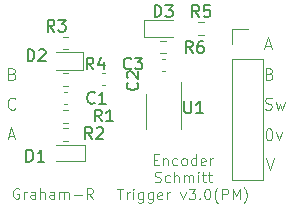
<source format=gbr>
%TF.GenerationSoftware,KiCad,Pcbnew,5.1.12-1.fc35*%
%TF.CreationDate,2021-11-27T14:33:04+00:00*%
%TF.ProjectId,kiCAD_TriSchmittPanelMount_v003,6b694341-445f-4547-9269-5363686d6974,rev?*%
%TF.SameCoordinates,Original*%
%TF.FileFunction,Legend,Top*%
%TF.FilePolarity,Positive*%
%FSLAX46Y46*%
G04 Gerber Fmt 4.6, Leading zero omitted, Abs format (unit mm)*
G04 Created by KiCad (PCBNEW 5.1.12-1.fc35) date 2021-11-27 14:33:04*
%MOMM*%
%LPD*%
G01*
G04 APERTURE LIST*
%ADD10C,0.100000*%
%ADD11C,0.120000*%
%ADD12C,0.150000*%
G04 APERTURE END LIST*
D10*
X191261904Y-74766666D02*
X191738095Y-74766666D01*
X191166666Y-75052380D02*
X191500000Y-74052380D01*
X191833333Y-75052380D01*
X191809523Y-72457142D02*
X191761904Y-72504761D01*
X191619047Y-72552380D01*
X191523809Y-72552380D01*
X191380952Y-72504761D01*
X191285714Y-72409523D01*
X191238095Y-72314285D01*
X191190476Y-72123809D01*
X191190476Y-71980952D01*
X191238095Y-71790476D01*
X191285714Y-71695238D01*
X191380952Y-71600000D01*
X191523809Y-71552380D01*
X191619047Y-71552380D01*
X191761904Y-71600000D01*
X191809523Y-71647619D01*
X191571428Y-69528571D02*
X191714285Y-69576190D01*
X191761904Y-69623809D01*
X191809523Y-69719047D01*
X191809523Y-69861904D01*
X191761904Y-69957142D01*
X191714285Y-70004761D01*
X191619047Y-70052380D01*
X191238095Y-70052380D01*
X191238095Y-69052380D01*
X191571428Y-69052380D01*
X191666666Y-69100000D01*
X191714285Y-69147619D01*
X191761904Y-69242857D01*
X191761904Y-69338095D01*
X191714285Y-69433333D01*
X191666666Y-69480952D01*
X191571428Y-69528571D01*
X191238095Y-69528571D01*
X192128571Y-79250000D02*
X192042857Y-79207142D01*
X191914285Y-79207142D01*
X191785714Y-79250000D01*
X191700000Y-79335714D01*
X191657142Y-79421428D01*
X191614285Y-79592857D01*
X191614285Y-79721428D01*
X191657142Y-79892857D01*
X191700000Y-79978571D01*
X191785714Y-80064285D01*
X191914285Y-80107142D01*
X192000000Y-80107142D01*
X192128571Y-80064285D01*
X192171428Y-80021428D01*
X192171428Y-79721428D01*
X192000000Y-79721428D01*
X192557142Y-80107142D02*
X192557142Y-79507142D01*
X192557142Y-79678571D02*
X192600000Y-79592857D01*
X192642857Y-79550000D01*
X192728571Y-79507142D01*
X192814285Y-79507142D01*
X193500000Y-80107142D02*
X193500000Y-79635714D01*
X193457142Y-79550000D01*
X193371428Y-79507142D01*
X193200000Y-79507142D01*
X193114285Y-79550000D01*
X193500000Y-80064285D02*
X193414285Y-80107142D01*
X193200000Y-80107142D01*
X193114285Y-80064285D01*
X193071428Y-79978571D01*
X193071428Y-79892857D01*
X193114285Y-79807142D01*
X193200000Y-79764285D01*
X193414285Y-79764285D01*
X193500000Y-79721428D01*
X193928571Y-80107142D02*
X193928571Y-79207142D01*
X194314285Y-80107142D02*
X194314285Y-79635714D01*
X194271428Y-79550000D01*
X194185714Y-79507142D01*
X194057142Y-79507142D01*
X193971428Y-79550000D01*
X193928571Y-79592857D01*
X195128571Y-80107142D02*
X195128571Y-79635714D01*
X195085714Y-79550000D01*
X195000000Y-79507142D01*
X194828571Y-79507142D01*
X194742857Y-79550000D01*
X195128571Y-80064285D02*
X195042857Y-80107142D01*
X194828571Y-80107142D01*
X194742857Y-80064285D01*
X194700000Y-79978571D01*
X194700000Y-79892857D01*
X194742857Y-79807142D01*
X194828571Y-79764285D01*
X195042857Y-79764285D01*
X195128571Y-79721428D01*
X195557142Y-80107142D02*
X195557142Y-79507142D01*
X195557142Y-79592857D02*
X195600000Y-79550000D01*
X195685714Y-79507142D01*
X195814285Y-79507142D01*
X195900000Y-79550000D01*
X195942857Y-79635714D01*
X195942857Y-80107142D01*
X195942857Y-79635714D02*
X195985714Y-79550000D01*
X196071428Y-79507142D01*
X196200000Y-79507142D01*
X196285714Y-79550000D01*
X196328571Y-79635714D01*
X196328571Y-80107142D01*
X196757142Y-79764285D02*
X197442857Y-79764285D01*
X198385714Y-80107142D02*
X198085714Y-79678571D01*
X197871428Y-80107142D02*
X197871428Y-79207142D01*
X198214285Y-79207142D01*
X198300000Y-79250000D01*
X198342857Y-79292857D01*
X198385714Y-79378571D01*
X198385714Y-79507142D01*
X198342857Y-79592857D01*
X198300000Y-79635714D01*
X198214285Y-79678571D01*
X197871428Y-79678571D01*
X203535714Y-76785714D02*
X203835714Y-76785714D01*
X203964285Y-77257142D02*
X203535714Y-77257142D01*
X203535714Y-76357142D01*
X203964285Y-76357142D01*
X204350000Y-76657142D02*
X204350000Y-77257142D01*
X204350000Y-76742857D02*
X204392857Y-76700000D01*
X204478571Y-76657142D01*
X204607142Y-76657142D01*
X204692857Y-76700000D01*
X204735714Y-76785714D01*
X204735714Y-77257142D01*
X205550000Y-77214285D02*
X205464285Y-77257142D01*
X205292857Y-77257142D01*
X205207142Y-77214285D01*
X205164285Y-77171428D01*
X205121428Y-77085714D01*
X205121428Y-76828571D01*
X205164285Y-76742857D01*
X205207142Y-76700000D01*
X205292857Y-76657142D01*
X205464285Y-76657142D01*
X205550000Y-76700000D01*
X206064285Y-77257142D02*
X205978571Y-77214285D01*
X205935714Y-77171428D01*
X205892857Y-77085714D01*
X205892857Y-76828571D01*
X205935714Y-76742857D01*
X205978571Y-76700000D01*
X206064285Y-76657142D01*
X206192857Y-76657142D01*
X206278571Y-76700000D01*
X206321428Y-76742857D01*
X206364285Y-76828571D01*
X206364285Y-77085714D01*
X206321428Y-77171428D01*
X206278571Y-77214285D01*
X206192857Y-77257142D01*
X206064285Y-77257142D01*
X207135714Y-77257142D02*
X207135714Y-76357142D01*
X207135714Y-77214285D02*
X207050000Y-77257142D01*
X206878571Y-77257142D01*
X206792857Y-77214285D01*
X206750000Y-77171428D01*
X206707142Y-77085714D01*
X206707142Y-76828571D01*
X206750000Y-76742857D01*
X206792857Y-76700000D01*
X206878571Y-76657142D01*
X207050000Y-76657142D01*
X207135714Y-76700000D01*
X207907142Y-77214285D02*
X207821428Y-77257142D01*
X207650000Y-77257142D01*
X207564285Y-77214285D01*
X207521428Y-77128571D01*
X207521428Y-76785714D01*
X207564285Y-76700000D01*
X207650000Y-76657142D01*
X207821428Y-76657142D01*
X207907142Y-76700000D01*
X207950000Y-76785714D01*
X207950000Y-76871428D01*
X207521428Y-76957142D01*
X208335714Y-77257142D02*
X208335714Y-76657142D01*
X208335714Y-76828571D02*
X208378571Y-76742857D01*
X208421428Y-76700000D01*
X208507142Y-76657142D01*
X208592857Y-76657142D01*
X203621428Y-78664285D02*
X203750000Y-78707142D01*
X203964285Y-78707142D01*
X204050000Y-78664285D01*
X204092857Y-78621428D01*
X204135714Y-78535714D01*
X204135714Y-78450000D01*
X204092857Y-78364285D01*
X204050000Y-78321428D01*
X203964285Y-78278571D01*
X203792857Y-78235714D01*
X203707142Y-78192857D01*
X203664285Y-78150000D01*
X203621428Y-78064285D01*
X203621428Y-77978571D01*
X203664285Y-77892857D01*
X203707142Y-77850000D01*
X203792857Y-77807142D01*
X204007142Y-77807142D01*
X204135714Y-77850000D01*
X204907142Y-78664285D02*
X204821428Y-78707142D01*
X204650000Y-78707142D01*
X204564285Y-78664285D01*
X204521428Y-78621428D01*
X204478571Y-78535714D01*
X204478571Y-78278571D01*
X204521428Y-78192857D01*
X204564285Y-78150000D01*
X204650000Y-78107142D01*
X204821428Y-78107142D01*
X204907142Y-78150000D01*
X205292857Y-78707142D02*
X205292857Y-77807142D01*
X205678571Y-78707142D02*
X205678571Y-78235714D01*
X205635714Y-78150000D01*
X205550000Y-78107142D01*
X205421428Y-78107142D01*
X205335714Y-78150000D01*
X205292857Y-78192857D01*
X206107142Y-78707142D02*
X206107142Y-78107142D01*
X206107142Y-78192857D02*
X206150000Y-78150000D01*
X206235714Y-78107142D01*
X206364285Y-78107142D01*
X206450000Y-78150000D01*
X206492857Y-78235714D01*
X206492857Y-78707142D01*
X206492857Y-78235714D02*
X206535714Y-78150000D01*
X206621428Y-78107142D01*
X206750000Y-78107142D01*
X206835714Y-78150000D01*
X206878571Y-78235714D01*
X206878571Y-78707142D01*
X207307142Y-78707142D02*
X207307142Y-78107142D01*
X207307142Y-77807142D02*
X207264285Y-77850000D01*
X207307142Y-77892857D01*
X207350000Y-77850000D01*
X207307142Y-77807142D01*
X207307142Y-77892857D01*
X207607142Y-78107142D02*
X207950000Y-78107142D01*
X207735714Y-77807142D02*
X207735714Y-78578571D01*
X207778571Y-78664285D01*
X207864285Y-78707142D01*
X207950000Y-78707142D01*
X208121428Y-78107142D02*
X208464285Y-78107142D01*
X208250000Y-77807142D02*
X208250000Y-78578571D01*
X208292857Y-78664285D01*
X208378571Y-78707142D01*
X208464285Y-78707142D01*
X200450000Y-79257142D02*
X200964285Y-79257142D01*
X200707142Y-80157142D02*
X200707142Y-79257142D01*
X201264285Y-80157142D02*
X201264285Y-79557142D01*
X201264285Y-79728571D02*
X201307142Y-79642857D01*
X201350000Y-79600000D01*
X201435714Y-79557142D01*
X201521428Y-79557142D01*
X201821428Y-80157142D02*
X201821428Y-79557142D01*
X201821428Y-79257142D02*
X201778571Y-79300000D01*
X201821428Y-79342857D01*
X201864285Y-79300000D01*
X201821428Y-79257142D01*
X201821428Y-79342857D01*
X202635714Y-79557142D02*
X202635714Y-80285714D01*
X202592857Y-80371428D01*
X202550000Y-80414285D01*
X202464285Y-80457142D01*
X202335714Y-80457142D01*
X202250000Y-80414285D01*
X202635714Y-80114285D02*
X202550000Y-80157142D01*
X202378571Y-80157142D01*
X202292857Y-80114285D01*
X202250000Y-80071428D01*
X202207142Y-79985714D01*
X202207142Y-79728571D01*
X202250000Y-79642857D01*
X202292857Y-79600000D01*
X202378571Y-79557142D01*
X202550000Y-79557142D01*
X202635714Y-79600000D01*
X203450000Y-79557142D02*
X203450000Y-80285714D01*
X203407142Y-80371428D01*
X203364285Y-80414285D01*
X203278571Y-80457142D01*
X203150000Y-80457142D01*
X203064285Y-80414285D01*
X203450000Y-80114285D02*
X203364285Y-80157142D01*
X203192857Y-80157142D01*
X203107142Y-80114285D01*
X203064285Y-80071428D01*
X203021428Y-79985714D01*
X203021428Y-79728571D01*
X203064285Y-79642857D01*
X203107142Y-79600000D01*
X203192857Y-79557142D01*
X203364285Y-79557142D01*
X203450000Y-79600000D01*
X204221428Y-80114285D02*
X204135714Y-80157142D01*
X203964285Y-80157142D01*
X203878571Y-80114285D01*
X203835714Y-80028571D01*
X203835714Y-79685714D01*
X203878571Y-79600000D01*
X203964285Y-79557142D01*
X204135714Y-79557142D01*
X204221428Y-79600000D01*
X204264285Y-79685714D01*
X204264285Y-79771428D01*
X203835714Y-79857142D01*
X204650000Y-80157142D02*
X204650000Y-79557142D01*
X204650000Y-79728571D02*
X204692857Y-79642857D01*
X204735714Y-79600000D01*
X204821428Y-79557142D01*
X204907142Y-79557142D01*
X205807142Y-79557142D02*
X206021428Y-80157142D01*
X206235714Y-79557142D01*
X206492857Y-79257142D02*
X207050000Y-79257142D01*
X206750000Y-79600000D01*
X206878571Y-79600000D01*
X206964285Y-79642857D01*
X207007142Y-79685714D01*
X207050000Y-79771428D01*
X207050000Y-79985714D01*
X207007142Y-80071428D01*
X206964285Y-80114285D01*
X206878571Y-80157142D01*
X206621428Y-80157142D01*
X206535714Y-80114285D01*
X206492857Y-80071428D01*
X207435714Y-80071428D02*
X207478571Y-80114285D01*
X207435714Y-80157142D01*
X207392857Y-80114285D01*
X207435714Y-80071428D01*
X207435714Y-80157142D01*
X208035714Y-79257142D02*
X208121428Y-79257142D01*
X208207142Y-79300000D01*
X208250000Y-79342857D01*
X208292857Y-79428571D01*
X208335714Y-79600000D01*
X208335714Y-79814285D01*
X208292857Y-79985714D01*
X208250000Y-80071428D01*
X208207142Y-80114285D01*
X208121428Y-80157142D01*
X208035714Y-80157142D01*
X207950000Y-80114285D01*
X207907142Y-80071428D01*
X207864285Y-79985714D01*
X207821428Y-79814285D01*
X207821428Y-79600000D01*
X207864285Y-79428571D01*
X207907142Y-79342857D01*
X207950000Y-79300000D01*
X208035714Y-79257142D01*
X208978571Y-80500000D02*
X208935714Y-80457142D01*
X208850000Y-80328571D01*
X208807142Y-80242857D01*
X208764285Y-80114285D01*
X208721428Y-79900000D01*
X208721428Y-79728571D01*
X208764285Y-79514285D01*
X208807142Y-79385714D01*
X208850000Y-79300000D01*
X208935714Y-79171428D01*
X208978571Y-79128571D01*
X209321428Y-80157142D02*
X209321428Y-79257142D01*
X209664285Y-79257142D01*
X209750000Y-79300000D01*
X209792857Y-79342857D01*
X209835714Y-79428571D01*
X209835714Y-79557142D01*
X209792857Y-79642857D01*
X209750000Y-79685714D01*
X209664285Y-79728571D01*
X209321428Y-79728571D01*
X210221428Y-80157142D02*
X210221428Y-79257142D01*
X210521428Y-79900000D01*
X210821428Y-79257142D01*
X210821428Y-80157142D01*
X211164285Y-80500000D02*
X211207142Y-80457142D01*
X211292857Y-80328571D01*
X211335714Y-80242857D01*
X211378571Y-80114285D01*
X211421428Y-79900000D01*
X211421428Y-79728571D01*
X211378571Y-79514285D01*
X211335714Y-79385714D01*
X211292857Y-79300000D01*
X211207142Y-79171428D01*
X211164285Y-79128571D01*
X213066666Y-76652380D02*
X213400000Y-77652380D01*
X213733333Y-76652380D01*
X213247619Y-74152380D02*
X213342857Y-74152380D01*
X213438095Y-74200000D01*
X213485714Y-74247619D01*
X213533333Y-74342857D01*
X213580952Y-74533333D01*
X213580952Y-74771428D01*
X213533333Y-74961904D01*
X213485714Y-75057142D01*
X213438095Y-75104761D01*
X213342857Y-75152380D01*
X213247619Y-75152380D01*
X213152381Y-75104761D01*
X213104762Y-75057142D01*
X213057143Y-74961904D01*
X213009524Y-74771428D01*
X213009524Y-74533333D01*
X213057143Y-74342857D01*
X213104762Y-74247619D01*
X213152381Y-74200000D01*
X213247619Y-74152380D01*
X213914286Y-74485714D02*
X214152381Y-75152380D01*
X214390476Y-74485714D01*
X212961905Y-72504761D02*
X213104762Y-72552380D01*
X213342857Y-72552380D01*
X213438095Y-72504761D01*
X213485714Y-72457142D01*
X213533333Y-72361904D01*
X213533333Y-72266666D01*
X213485714Y-72171428D01*
X213438095Y-72123809D01*
X213342857Y-72076190D01*
X213152381Y-72028571D01*
X213057143Y-71980952D01*
X213009524Y-71933333D01*
X212961905Y-71838095D01*
X212961905Y-71742857D01*
X213009524Y-71647619D01*
X213057143Y-71600000D01*
X213152381Y-71552380D01*
X213390476Y-71552380D01*
X213533333Y-71600000D01*
X213866667Y-71885714D02*
X214057143Y-72552380D01*
X214247619Y-72076190D01*
X214438095Y-72552380D01*
X214628571Y-71885714D01*
X213342857Y-69528571D02*
X213485714Y-69576190D01*
X213533333Y-69623809D01*
X213580952Y-69719047D01*
X213580952Y-69861904D01*
X213533333Y-69957142D01*
X213485714Y-70004761D01*
X213390476Y-70052380D01*
X213009524Y-70052380D01*
X213009524Y-69052380D01*
X213342857Y-69052380D01*
X213438095Y-69100000D01*
X213485714Y-69147619D01*
X213533333Y-69242857D01*
X213533333Y-69338095D01*
X213485714Y-69433333D01*
X213438095Y-69480952D01*
X213342857Y-69528571D01*
X213009524Y-69528571D01*
X212961904Y-67166666D02*
X213438095Y-67166666D01*
X212866666Y-67452380D02*
X213200000Y-66452380D01*
X213533333Y-67452380D01*
D11*
%TO.C,U1*%
X205850000Y-74200000D02*
X205850000Y-70200000D01*
X202850000Y-74200000D02*
X202850000Y-71200000D01*
%TO.C,R6*%
X204095276Y-66727500D02*
X204604724Y-66727500D01*
X204095276Y-67772500D02*
X204604724Y-67772500D01*
%TO.C,R5*%
X207312742Y-65177500D02*
X207787258Y-65177500D01*
X207312742Y-66222500D02*
X207787258Y-66222500D01*
%TO.C,R4*%
X196296092Y-70522500D02*
X195821576Y-70522500D01*
X196296092Y-69477500D02*
X195821576Y-69477500D01*
%TO.C,R3*%
X195821576Y-66377500D02*
X196296092Y-66377500D01*
X195821576Y-67422500D02*
X196296092Y-67422500D01*
%TO.C,R2*%
X196296092Y-74150834D02*
X195821576Y-74150834D01*
X196296092Y-75195834D02*
X195821576Y-75195834D01*
%TO.C,R1*%
X195821576Y-73659168D02*
X196296092Y-73659168D01*
X195821576Y-72614168D02*
X196296092Y-72614168D01*
%TO.C,D3*%
X205150000Y-64965000D02*
X202690000Y-64965000D01*
X202690000Y-64965000D02*
X202690000Y-66435000D01*
X202690000Y-66435000D02*
X205150000Y-66435000D01*
%TO.C,D2*%
X195238834Y-69185000D02*
X197523834Y-69185000D01*
X197523834Y-69185000D02*
X197523834Y-67715000D01*
X197523834Y-67715000D02*
X195238834Y-67715000D01*
%TO.C,D1*%
X197723834Y-75515000D02*
X195238834Y-75515000D01*
X197723834Y-76885000D02*
X197723834Y-75515000D01*
X195238834Y-76885000D02*
X197723834Y-76885000D01*
%TO.C,C3*%
X204203733Y-68290000D02*
X204496267Y-68290000D01*
X204203733Y-69310000D02*
X204496267Y-69310000D01*
%TO.C,C2*%
X199446267Y-70510000D02*
X199153733Y-70510000D01*
X199446267Y-69490000D02*
X199153733Y-69490000D01*
%TO.C,C1*%
X195912567Y-72110000D02*
X196205101Y-72110000D01*
X195912567Y-71090000D02*
X196205101Y-71090000D01*
%TO.C,J1*%
X210170000Y-65695000D02*
X211500000Y-65695000D01*
X210170000Y-67025000D02*
X210170000Y-65695000D01*
X210170000Y-68295000D02*
X212830000Y-68295000D01*
X212830000Y-68295000D02*
X212830000Y-78515000D01*
X210170000Y-68295000D02*
X210170000Y-78515000D01*
X210170000Y-78515000D02*
X212830000Y-78515000D01*
%TO.C,U1*%
D12*
X206138095Y-71852380D02*
X206138095Y-72661904D01*
X206185714Y-72757142D01*
X206233333Y-72804761D01*
X206328571Y-72852380D01*
X206519047Y-72852380D01*
X206614285Y-72804761D01*
X206661904Y-72757142D01*
X206709523Y-72661904D01*
X206709523Y-71852380D01*
X207709523Y-72852380D02*
X207138095Y-72852380D01*
X207423809Y-72852380D02*
X207423809Y-71852380D01*
X207328571Y-71995238D01*
X207233333Y-72090476D01*
X207138095Y-72138095D01*
%TO.C,R6*%
X206833333Y-67752380D02*
X206500000Y-67276190D01*
X206261904Y-67752380D02*
X206261904Y-66752380D01*
X206642857Y-66752380D01*
X206738095Y-66800000D01*
X206785714Y-66847619D01*
X206833333Y-66942857D01*
X206833333Y-67085714D01*
X206785714Y-67180952D01*
X206738095Y-67228571D01*
X206642857Y-67276190D01*
X206261904Y-67276190D01*
X207690476Y-66752380D02*
X207500000Y-66752380D01*
X207404761Y-66800000D01*
X207357142Y-66847619D01*
X207261904Y-66990476D01*
X207214285Y-67180952D01*
X207214285Y-67561904D01*
X207261904Y-67657142D01*
X207309523Y-67704761D01*
X207404761Y-67752380D01*
X207595238Y-67752380D01*
X207690476Y-67704761D01*
X207738095Y-67657142D01*
X207785714Y-67561904D01*
X207785714Y-67323809D01*
X207738095Y-67228571D01*
X207690476Y-67180952D01*
X207595238Y-67133333D01*
X207404761Y-67133333D01*
X207309523Y-67180952D01*
X207261904Y-67228571D01*
X207214285Y-67323809D01*
%TO.C,R5*%
X207383333Y-64722380D02*
X207050000Y-64246190D01*
X206811904Y-64722380D02*
X206811904Y-63722380D01*
X207192857Y-63722380D01*
X207288095Y-63770000D01*
X207335714Y-63817619D01*
X207383333Y-63912857D01*
X207383333Y-64055714D01*
X207335714Y-64150952D01*
X207288095Y-64198571D01*
X207192857Y-64246190D01*
X206811904Y-64246190D01*
X208288095Y-63722380D02*
X207811904Y-63722380D01*
X207764285Y-64198571D01*
X207811904Y-64150952D01*
X207907142Y-64103333D01*
X208145238Y-64103333D01*
X208240476Y-64150952D01*
X208288095Y-64198571D01*
X208335714Y-64293809D01*
X208335714Y-64531904D01*
X208288095Y-64627142D01*
X208240476Y-64674761D01*
X208145238Y-64722380D01*
X207907142Y-64722380D01*
X207811904Y-64674761D01*
X207764285Y-64627142D01*
%TO.C,R4*%
X198433333Y-69152380D02*
X198100000Y-68676190D01*
X197861904Y-69152380D02*
X197861904Y-68152380D01*
X198242857Y-68152380D01*
X198338095Y-68200000D01*
X198385714Y-68247619D01*
X198433333Y-68342857D01*
X198433333Y-68485714D01*
X198385714Y-68580952D01*
X198338095Y-68628571D01*
X198242857Y-68676190D01*
X197861904Y-68676190D01*
X199290476Y-68485714D02*
X199290476Y-69152380D01*
X199052380Y-68104761D02*
X198814285Y-68819047D01*
X199433333Y-68819047D01*
%TO.C,R3*%
X195133333Y-65952380D02*
X194800000Y-65476190D01*
X194561904Y-65952380D02*
X194561904Y-64952380D01*
X194942857Y-64952380D01*
X195038095Y-65000000D01*
X195085714Y-65047619D01*
X195133333Y-65142857D01*
X195133333Y-65285714D01*
X195085714Y-65380952D01*
X195038095Y-65428571D01*
X194942857Y-65476190D01*
X194561904Y-65476190D01*
X195466666Y-64952380D02*
X196085714Y-64952380D01*
X195752380Y-65333333D01*
X195895238Y-65333333D01*
X195990476Y-65380952D01*
X196038095Y-65428571D01*
X196085714Y-65523809D01*
X196085714Y-65761904D01*
X196038095Y-65857142D01*
X195990476Y-65904761D01*
X195895238Y-65952380D01*
X195609523Y-65952380D01*
X195514285Y-65904761D01*
X195466666Y-65857142D01*
%TO.C,R2*%
X198333333Y-75052380D02*
X198000000Y-74576190D01*
X197761904Y-75052380D02*
X197761904Y-74052380D01*
X198142857Y-74052380D01*
X198238095Y-74100000D01*
X198285714Y-74147619D01*
X198333333Y-74242857D01*
X198333333Y-74385714D01*
X198285714Y-74480952D01*
X198238095Y-74528571D01*
X198142857Y-74576190D01*
X197761904Y-74576190D01*
X198714285Y-74147619D02*
X198761904Y-74100000D01*
X198857142Y-74052380D01*
X199095238Y-74052380D01*
X199190476Y-74100000D01*
X199238095Y-74147619D01*
X199285714Y-74242857D01*
X199285714Y-74338095D01*
X199238095Y-74480952D01*
X198666666Y-75052380D01*
X199285714Y-75052380D01*
%TO.C,R1*%
X199133333Y-73552380D02*
X198800000Y-73076190D01*
X198561904Y-73552380D02*
X198561904Y-72552380D01*
X198942857Y-72552380D01*
X199038095Y-72600000D01*
X199085714Y-72647619D01*
X199133333Y-72742857D01*
X199133333Y-72885714D01*
X199085714Y-72980952D01*
X199038095Y-73028571D01*
X198942857Y-73076190D01*
X198561904Y-73076190D01*
X200085714Y-73552380D02*
X199514285Y-73552380D01*
X199800000Y-73552380D02*
X199800000Y-72552380D01*
X199704761Y-72695238D01*
X199609523Y-72790476D01*
X199514285Y-72838095D01*
%TO.C,D3*%
X203611904Y-64722380D02*
X203611904Y-63722380D01*
X203850000Y-63722380D01*
X203992857Y-63770000D01*
X204088095Y-63865238D01*
X204135714Y-63960476D01*
X204183333Y-64150952D01*
X204183333Y-64293809D01*
X204135714Y-64484285D01*
X204088095Y-64579523D01*
X203992857Y-64674761D01*
X203850000Y-64722380D01*
X203611904Y-64722380D01*
X204516666Y-63722380D02*
X205135714Y-63722380D01*
X204802380Y-64103333D01*
X204945238Y-64103333D01*
X205040476Y-64150952D01*
X205088095Y-64198571D01*
X205135714Y-64293809D01*
X205135714Y-64531904D01*
X205088095Y-64627142D01*
X205040476Y-64674761D01*
X204945238Y-64722380D01*
X204659523Y-64722380D01*
X204564285Y-64674761D01*
X204516666Y-64627142D01*
%TO.C,D2*%
X192861904Y-68452380D02*
X192861904Y-67452380D01*
X193100000Y-67452380D01*
X193242857Y-67500000D01*
X193338095Y-67595238D01*
X193385714Y-67690476D01*
X193433333Y-67880952D01*
X193433333Y-68023809D01*
X193385714Y-68214285D01*
X193338095Y-68309523D01*
X193242857Y-68404761D01*
X193100000Y-68452380D01*
X192861904Y-68452380D01*
X193814285Y-67547619D02*
X193861904Y-67500000D01*
X193957142Y-67452380D01*
X194195238Y-67452380D01*
X194290476Y-67500000D01*
X194338095Y-67547619D01*
X194385714Y-67642857D01*
X194385714Y-67738095D01*
X194338095Y-67880952D01*
X193766666Y-68452380D01*
X194385714Y-68452380D01*
%TO.C,D1*%
X192761904Y-76952380D02*
X192761904Y-75952380D01*
X193000000Y-75952380D01*
X193142857Y-76000000D01*
X193238095Y-76095238D01*
X193285714Y-76190476D01*
X193333333Y-76380952D01*
X193333333Y-76523809D01*
X193285714Y-76714285D01*
X193238095Y-76809523D01*
X193142857Y-76904761D01*
X193000000Y-76952380D01*
X192761904Y-76952380D01*
X194285714Y-76952380D02*
X193714285Y-76952380D01*
X194000000Y-76952380D02*
X194000000Y-75952380D01*
X193904761Y-76095238D01*
X193809523Y-76190476D01*
X193714285Y-76238095D01*
%TO.C,C3*%
X201633333Y-69057142D02*
X201585714Y-69104761D01*
X201442857Y-69152380D01*
X201347619Y-69152380D01*
X201204761Y-69104761D01*
X201109523Y-69009523D01*
X201061904Y-68914285D01*
X201014285Y-68723809D01*
X201014285Y-68580952D01*
X201061904Y-68390476D01*
X201109523Y-68295238D01*
X201204761Y-68200000D01*
X201347619Y-68152380D01*
X201442857Y-68152380D01*
X201585714Y-68200000D01*
X201633333Y-68247619D01*
X201966666Y-68152380D02*
X202585714Y-68152380D01*
X202252380Y-68533333D01*
X202395238Y-68533333D01*
X202490476Y-68580952D01*
X202538095Y-68628571D01*
X202585714Y-68723809D01*
X202585714Y-68961904D01*
X202538095Y-69057142D01*
X202490476Y-69104761D01*
X202395238Y-69152380D01*
X202109523Y-69152380D01*
X202014285Y-69104761D01*
X201966666Y-69057142D01*
%TO.C,C2*%
X202157142Y-70266666D02*
X202204761Y-70314285D01*
X202252380Y-70457142D01*
X202252380Y-70552380D01*
X202204761Y-70695238D01*
X202109523Y-70790476D01*
X202014285Y-70838095D01*
X201823809Y-70885714D01*
X201680952Y-70885714D01*
X201490476Y-70838095D01*
X201395238Y-70790476D01*
X201300000Y-70695238D01*
X201252380Y-70552380D01*
X201252380Y-70457142D01*
X201300000Y-70314285D01*
X201347619Y-70266666D01*
X201347619Y-69885714D02*
X201300000Y-69838095D01*
X201252380Y-69742857D01*
X201252380Y-69504761D01*
X201300000Y-69409523D01*
X201347619Y-69361904D01*
X201442857Y-69314285D01*
X201538095Y-69314285D01*
X201680952Y-69361904D01*
X202252380Y-69933333D01*
X202252380Y-69314285D01*
%TO.C,C1*%
X198533333Y-71957142D02*
X198485714Y-72004761D01*
X198342857Y-72052380D01*
X198247619Y-72052380D01*
X198104761Y-72004761D01*
X198009523Y-71909523D01*
X197961904Y-71814285D01*
X197914285Y-71623809D01*
X197914285Y-71480952D01*
X197961904Y-71290476D01*
X198009523Y-71195238D01*
X198104761Y-71100000D01*
X198247619Y-71052380D01*
X198342857Y-71052380D01*
X198485714Y-71100000D01*
X198533333Y-71147619D01*
X199485714Y-72052380D02*
X198914285Y-72052380D01*
X199200000Y-72052380D02*
X199200000Y-71052380D01*
X199104761Y-71195238D01*
X199009523Y-71290476D01*
X198914285Y-71338095D01*
%TD*%
M02*

</source>
